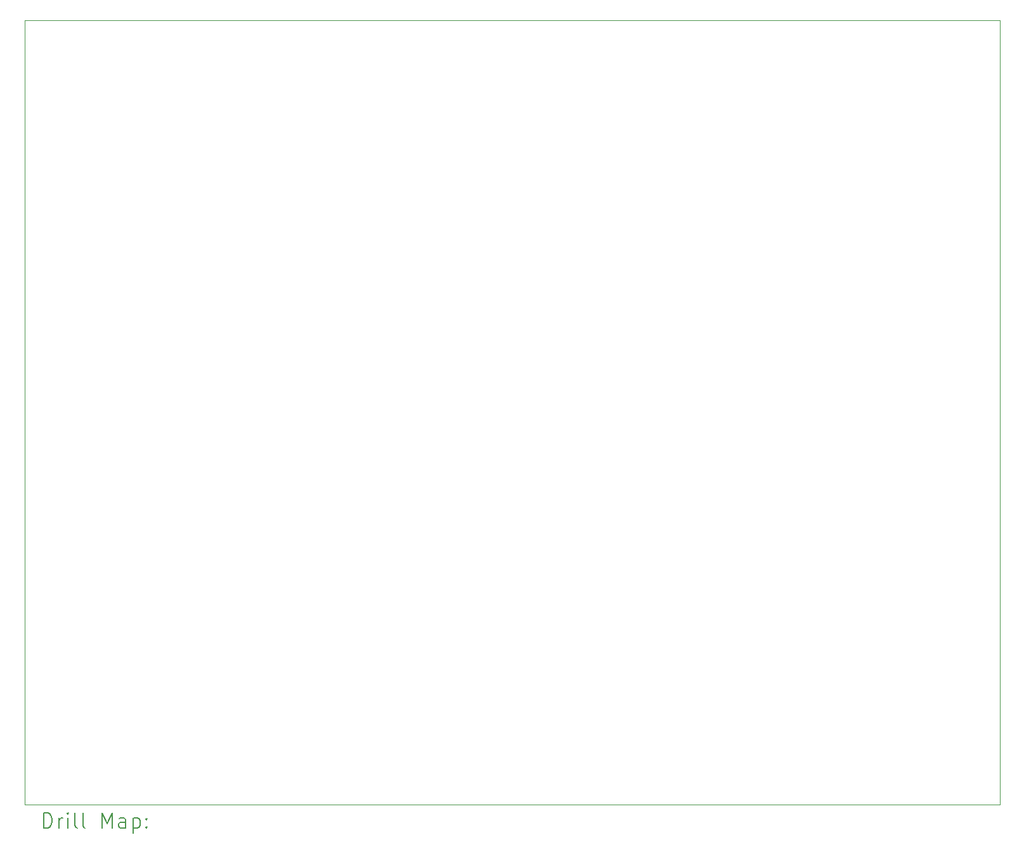
<source format=gbr>
%FSLAX45Y45*%
G04 Gerber Fmt 4.5, Leading zero omitted, Abs format (unit mm)*
G04 Created by KiCad (PCBNEW (6.0.0)) date 2022-03-15 02:00:21*
%MOMM*%
%LPD*%
G01*
G04 APERTURE LIST*
%TA.AperFunction,Profile*%
%ADD10C,0.100000*%
%TD*%
%ADD11C,0.200000*%
G04 APERTURE END LIST*
D10*
X19091000Y-14264100D02*
X6073500Y-14264100D01*
X19091000Y-3786600D02*
X19091000Y-14264100D01*
X6073500Y-3786600D02*
X19091000Y-3786600D01*
X6073500Y-14264100D02*
X6073500Y-3786600D01*
D11*
X6326119Y-14579576D02*
X6326119Y-14379576D01*
X6373738Y-14379576D01*
X6402309Y-14389100D01*
X6421357Y-14408148D01*
X6430881Y-14427195D01*
X6440405Y-14465290D01*
X6440405Y-14493862D01*
X6430881Y-14531957D01*
X6421357Y-14551005D01*
X6402309Y-14570052D01*
X6373738Y-14579576D01*
X6326119Y-14579576D01*
X6526119Y-14579576D02*
X6526119Y-14446243D01*
X6526119Y-14484338D02*
X6535643Y-14465290D01*
X6545167Y-14455767D01*
X6564214Y-14446243D01*
X6583262Y-14446243D01*
X6649928Y-14579576D02*
X6649928Y-14446243D01*
X6649928Y-14379576D02*
X6640405Y-14389100D01*
X6649928Y-14398624D01*
X6659452Y-14389100D01*
X6649928Y-14379576D01*
X6649928Y-14398624D01*
X6773738Y-14579576D02*
X6754690Y-14570052D01*
X6745167Y-14551005D01*
X6745167Y-14379576D01*
X6878500Y-14579576D02*
X6859452Y-14570052D01*
X6849928Y-14551005D01*
X6849928Y-14379576D01*
X7107071Y-14579576D02*
X7107071Y-14379576D01*
X7173738Y-14522433D01*
X7240405Y-14379576D01*
X7240405Y-14579576D01*
X7421357Y-14579576D02*
X7421357Y-14474814D01*
X7411833Y-14455767D01*
X7392786Y-14446243D01*
X7354690Y-14446243D01*
X7335643Y-14455767D01*
X7421357Y-14570052D02*
X7402309Y-14579576D01*
X7354690Y-14579576D01*
X7335643Y-14570052D01*
X7326119Y-14551005D01*
X7326119Y-14531957D01*
X7335643Y-14512909D01*
X7354690Y-14503386D01*
X7402309Y-14503386D01*
X7421357Y-14493862D01*
X7516595Y-14446243D02*
X7516595Y-14646243D01*
X7516595Y-14455767D02*
X7535643Y-14446243D01*
X7573738Y-14446243D01*
X7592786Y-14455767D01*
X7602309Y-14465290D01*
X7611833Y-14484338D01*
X7611833Y-14541481D01*
X7602309Y-14560528D01*
X7592786Y-14570052D01*
X7573738Y-14579576D01*
X7535643Y-14579576D01*
X7516595Y-14570052D01*
X7697548Y-14560528D02*
X7707071Y-14570052D01*
X7697548Y-14579576D01*
X7688024Y-14570052D01*
X7697548Y-14560528D01*
X7697548Y-14579576D01*
X7697548Y-14455767D02*
X7707071Y-14465290D01*
X7697548Y-14474814D01*
X7688024Y-14465290D01*
X7697548Y-14455767D01*
X7697548Y-14474814D01*
M02*

</source>
